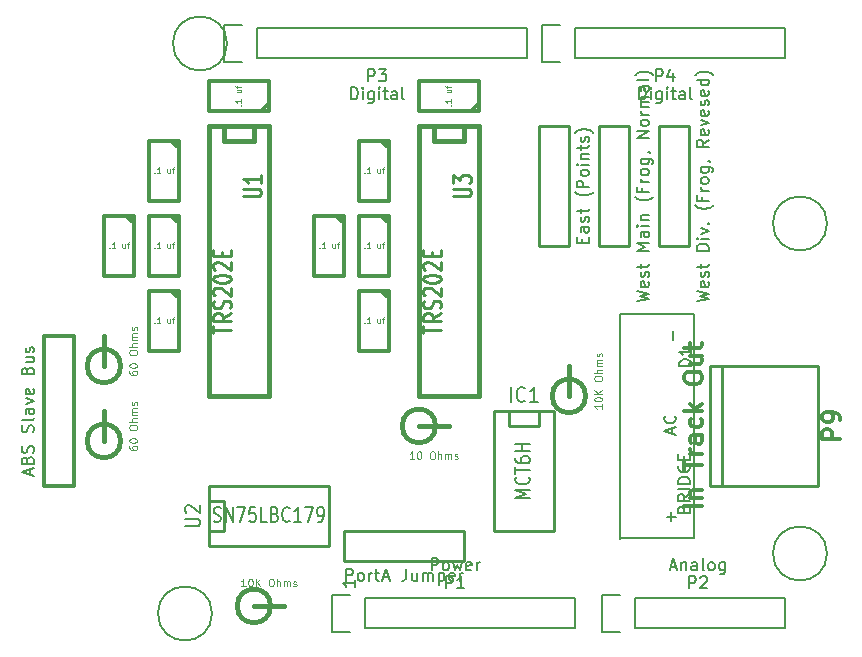
<source format=gto>
G04 (created by PCBNEW (2013-june-11)-stable) date Sat 23 Jun 2018 10:31:18 EDT*
%MOIN*%
G04 Gerber Fmt 3.4, Leading zero omitted, Abs format*
%FSLAX34Y34*%
G01*
G70*
G90*
G04 APERTURE LIST*
%ADD10C,0.00393701*%
%ADD11C,0.00590551*%
%ADD12C,0.015*%
%ADD13C,0.012*%
%ADD14C,0.01*%
%ADD15C,0.004*%
%ADD16C,0.008*%
%ADD17C,0.01125*%
G04 APERTURE END LIST*
G54D10*
G54D11*
X54859Y-47637D02*
X54859Y-47862D01*
X54859Y-47750D02*
X54465Y-47750D01*
X54521Y-47787D01*
X54559Y-47824D01*
X54578Y-47862D01*
X55200Y-49250D02*
X62200Y-49250D01*
X62200Y-49250D02*
X62200Y-48250D01*
X62200Y-48250D02*
X55200Y-48250D01*
X54089Y-49360D02*
X54700Y-49360D01*
X55200Y-49250D02*
X55200Y-48250D01*
X54700Y-48139D02*
X54089Y-48139D01*
X54089Y-48139D02*
X54089Y-49360D01*
X64200Y-49250D02*
X69200Y-49250D01*
X69200Y-49250D02*
X69200Y-48250D01*
X69200Y-48250D02*
X64200Y-48250D01*
X63089Y-49360D02*
X63700Y-49360D01*
X64200Y-49250D02*
X64200Y-48250D01*
X63700Y-48139D02*
X63089Y-48139D01*
X63089Y-48139D02*
X63089Y-49360D01*
X51600Y-30250D02*
X60600Y-30250D01*
X60600Y-30250D02*
X60600Y-29250D01*
X60600Y-29250D02*
X51600Y-29250D01*
X50489Y-30360D02*
X51100Y-30360D01*
X51600Y-30250D02*
X51600Y-29250D01*
X51100Y-29139D02*
X50489Y-29139D01*
X50489Y-29139D02*
X50489Y-30360D01*
X62200Y-30250D02*
X69200Y-30250D01*
X69200Y-30250D02*
X69200Y-29250D01*
X69200Y-29250D02*
X62200Y-29250D01*
X61089Y-30360D02*
X61700Y-30360D01*
X62200Y-30250D02*
X62200Y-29250D01*
X61700Y-29139D02*
X61089Y-29139D01*
X61089Y-29139D02*
X61089Y-30360D01*
X50100Y-48750D02*
G75*
G03X50100Y-48750I-900J0D01*
G74*
G01*
X70600Y-46750D02*
G75*
G03X70600Y-46750I-900J0D01*
G74*
G01*
X50600Y-29750D02*
G75*
G03X50600Y-29750I-900J0D01*
G74*
G01*
X70600Y-35750D02*
G75*
G03X70600Y-35750I-900J0D01*
G74*
G01*
G54D12*
X46500Y-43000D02*
X46500Y-42000D01*
X47059Y-43000D02*
G75*
G03X47059Y-43000I-559J0D01*
G74*
G01*
X46500Y-40500D02*
X46500Y-39500D01*
X47059Y-40500D02*
G75*
G03X47059Y-40500I-559J0D01*
G74*
G01*
X62000Y-41500D02*
X62000Y-40500D01*
X62559Y-41500D02*
G75*
G03X62559Y-41500I-559J0D01*
G74*
G01*
X57000Y-42500D02*
X58000Y-42500D01*
X57559Y-42500D02*
G75*
G03X57559Y-42500I-559J0D01*
G74*
G01*
G54D13*
X45500Y-39500D02*
X44500Y-39500D01*
X44500Y-44500D02*
X45500Y-44500D01*
X45500Y-39500D02*
X45500Y-44500D01*
X44500Y-44500D02*
X44500Y-39500D01*
G54D14*
X66000Y-32500D02*
X66000Y-36500D01*
X65000Y-32500D02*
X65000Y-36500D01*
X65000Y-36500D02*
X66000Y-36500D01*
X66000Y-32500D02*
X65000Y-32500D01*
X64000Y-32500D02*
X64000Y-36500D01*
X63000Y-32500D02*
X63000Y-36500D01*
X63000Y-36500D02*
X64000Y-36500D01*
X64000Y-32500D02*
X63000Y-32500D01*
X62000Y-32500D02*
X62000Y-36500D01*
X61000Y-32500D02*
X61000Y-36500D01*
X61000Y-36500D02*
X62000Y-36500D01*
X62000Y-32500D02*
X61000Y-32500D01*
X61000Y-42000D02*
X61000Y-42500D01*
X61000Y-42500D02*
X60000Y-42500D01*
X60000Y-42500D02*
X60000Y-42000D01*
X61500Y-42000D02*
X61500Y-46000D01*
X61500Y-46000D02*
X59500Y-46000D01*
X59500Y-46000D02*
X59500Y-42000D01*
X59500Y-42000D02*
X61500Y-42000D01*
X50000Y-45000D02*
X50500Y-45000D01*
X50500Y-45000D02*
X50500Y-46000D01*
X50500Y-46000D02*
X50000Y-46000D01*
X50000Y-44500D02*
X54000Y-44500D01*
X54000Y-44500D02*
X54000Y-46500D01*
X54000Y-46500D02*
X50000Y-46500D01*
X50000Y-46500D02*
X50000Y-44500D01*
G54D12*
X58500Y-32500D02*
X58500Y-32500D01*
X58500Y-32500D02*
X58500Y-33000D01*
X58500Y-33000D02*
X57500Y-33000D01*
X57500Y-33000D02*
X57500Y-32500D01*
X59000Y-32500D02*
X59000Y-41500D01*
X59000Y-41500D02*
X57000Y-41500D01*
X57000Y-41500D02*
X57000Y-32500D01*
X57000Y-32500D02*
X59000Y-32500D01*
X51500Y-32500D02*
X51500Y-32500D01*
X51500Y-32500D02*
X51500Y-33000D01*
X51500Y-33000D02*
X50500Y-33000D01*
X50500Y-33000D02*
X50500Y-32500D01*
X52000Y-32500D02*
X52000Y-41500D01*
X52000Y-41500D02*
X50000Y-41500D01*
X50000Y-41500D02*
X50000Y-32500D01*
X50000Y-32500D02*
X52000Y-32500D01*
G54D13*
X49000Y-38020D02*
X49000Y-40000D01*
X49000Y-40000D02*
X48000Y-40000D01*
X48000Y-40000D02*
X48000Y-38000D01*
X48000Y-38000D02*
X49000Y-38000D01*
X48750Y-38000D02*
X49000Y-38250D01*
X51980Y-32000D02*
X50000Y-32000D01*
X50000Y-32000D02*
X50000Y-31000D01*
X50000Y-31000D02*
X52000Y-31000D01*
X52000Y-31000D02*
X52000Y-32000D01*
X52000Y-31750D02*
X51750Y-32000D01*
X47500Y-35520D02*
X47500Y-37500D01*
X47500Y-37500D02*
X46500Y-37500D01*
X46500Y-37500D02*
X46500Y-35500D01*
X46500Y-35500D02*
X47500Y-35500D01*
X47250Y-35500D02*
X47500Y-35750D01*
X49000Y-35520D02*
X49000Y-37500D01*
X49000Y-37500D02*
X48000Y-37500D01*
X48000Y-37500D02*
X48000Y-35500D01*
X48000Y-35500D02*
X49000Y-35500D01*
X48750Y-35500D02*
X49000Y-35750D01*
X56000Y-33020D02*
X56000Y-35000D01*
X56000Y-35000D02*
X55000Y-35000D01*
X55000Y-35000D02*
X55000Y-33000D01*
X55000Y-33000D02*
X56000Y-33000D01*
X55750Y-33000D02*
X56000Y-33250D01*
X56000Y-35520D02*
X56000Y-37500D01*
X56000Y-37500D02*
X55000Y-37500D01*
X55000Y-37500D02*
X55000Y-35500D01*
X55000Y-35500D02*
X56000Y-35500D01*
X55750Y-35500D02*
X56000Y-35750D01*
X54500Y-35520D02*
X54500Y-37500D01*
X54500Y-37500D02*
X53500Y-37500D01*
X53500Y-37500D02*
X53500Y-35500D01*
X53500Y-35500D02*
X54500Y-35500D01*
X54250Y-35500D02*
X54500Y-35750D01*
X56000Y-38020D02*
X56000Y-40000D01*
X56000Y-40000D02*
X55000Y-40000D01*
X55000Y-40000D02*
X55000Y-38000D01*
X55000Y-38000D02*
X56000Y-38000D01*
X55750Y-38000D02*
X56000Y-38250D01*
X58980Y-32000D02*
X57000Y-32000D01*
X57000Y-32000D02*
X57000Y-31000D01*
X57000Y-31000D02*
X59000Y-31000D01*
X59000Y-31000D02*
X59000Y-32000D01*
X59000Y-31750D02*
X58750Y-32000D01*
X49000Y-33020D02*
X49000Y-35000D01*
X49000Y-35000D02*
X48000Y-35000D01*
X48000Y-35000D02*
X48000Y-33000D01*
X48000Y-33000D02*
X49000Y-33000D01*
X48750Y-33000D02*
X49000Y-33250D01*
G54D14*
X70000Y-44500D02*
X70300Y-44500D01*
X70300Y-44500D02*
X70300Y-40500D01*
X70300Y-40500D02*
X70000Y-40500D01*
X66700Y-44500D02*
X66700Y-40500D01*
X66700Y-40500D02*
X67100Y-40500D01*
X67100Y-40500D02*
X67100Y-44500D01*
X67100Y-44500D02*
X66700Y-44500D01*
X67000Y-44500D02*
X70000Y-44500D01*
X70000Y-40500D02*
X67000Y-40500D01*
G54D11*
X63712Y-46240D02*
X63712Y-38759D01*
X63712Y-38759D02*
X66173Y-38759D01*
X66173Y-38759D02*
X66173Y-46240D01*
X66173Y-46240D02*
X63712Y-46240D01*
X63712Y-46240D02*
X63712Y-46279D01*
G54D14*
X58500Y-47000D02*
X54500Y-47000D01*
X58500Y-46000D02*
X54500Y-46000D01*
X54500Y-46000D02*
X54500Y-47000D01*
X58500Y-47000D02*
X58500Y-46000D01*
G54D12*
X51500Y-48500D02*
X52500Y-48500D01*
X52059Y-48500D02*
G75*
G03X52059Y-48500I-559J0D01*
G74*
G01*
G54D11*
X57909Y-47909D02*
X57909Y-47515D01*
X58059Y-47515D01*
X58096Y-47534D01*
X58115Y-47553D01*
X58134Y-47590D01*
X58134Y-47646D01*
X58115Y-47684D01*
X58096Y-47703D01*
X58059Y-47721D01*
X57909Y-47721D01*
X58509Y-47909D02*
X58284Y-47909D01*
X58396Y-47909D02*
X58396Y-47515D01*
X58359Y-47571D01*
X58321Y-47609D01*
X58284Y-47628D01*
X57421Y-47309D02*
X57421Y-46915D01*
X57571Y-46915D01*
X57609Y-46934D01*
X57628Y-46953D01*
X57646Y-46990D01*
X57646Y-47046D01*
X57628Y-47084D01*
X57609Y-47103D01*
X57571Y-47121D01*
X57421Y-47121D01*
X57871Y-47309D02*
X57834Y-47290D01*
X57815Y-47271D01*
X57796Y-47234D01*
X57796Y-47121D01*
X57815Y-47084D01*
X57834Y-47065D01*
X57871Y-47046D01*
X57928Y-47046D01*
X57965Y-47065D01*
X57984Y-47084D01*
X58003Y-47121D01*
X58003Y-47234D01*
X57984Y-47271D01*
X57965Y-47290D01*
X57928Y-47309D01*
X57871Y-47309D01*
X58134Y-47046D02*
X58209Y-47309D01*
X58284Y-47121D01*
X58359Y-47309D01*
X58434Y-47046D01*
X58734Y-47290D02*
X58696Y-47309D01*
X58621Y-47309D01*
X58584Y-47290D01*
X58565Y-47253D01*
X58565Y-47103D01*
X58584Y-47065D01*
X58621Y-47046D01*
X58696Y-47046D01*
X58734Y-47065D01*
X58753Y-47103D01*
X58753Y-47140D01*
X58565Y-47178D01*
X58921Y-47309D02*
X58921Y-47046D01*
X58921Y-47121D02*
X58940Y-47084D01*
X58959Y-47065D01*
X58996Y-47046D01*
X59034Y-47046D01*
X66009Y-47909D02*
X66009Y-47515D01*
X66159Y-47515D01*
X66196Y-47534D01*
X66215Y-47553D01*
X66234Y-47590D01*
X66234Y-47646D01*
X66215Y-47684D01*
X66196Y-47703D01*
X66159Y-47721D01*
X66009Y-47721D01*
X66384Y-47553D02*
X66403Y-47534D01*
X66440Y-47515D01*
X66534Y-47515D01*
X66571Y-47534D01*
X66590Y-47553D01*
X66609Y-47590D01*
X66609Y-47628D01*
X66590Y-47684D01*
X66365Y-47909D01*
X66609Y-47909D01*
X65390Y-47196D02*
X65578Y-47196D01*
X65353Y-47309D02*
X65484Y-46915D01*
X65615Y-47309D01*
X65746Y-47046D02*
X65746Y-47309D01*
X65746Y-47084D02*
X65765Y-47065D01*
X65803Y-47046D01*
X65859Y-47046D01*
X65896Y-47065D01*
X65915Y-47103D01*
X65915Y-47309D01*
X66271Y-47309D02*
X66271Y-47103D01*
X66253Y-47065D01*
X66215Y-47046D01*
X66140Y-47046D01*
X66103Y-47065D01*
X66271Y-47290D02*
X66234Y-47309D01*
X66140Y-47309D01*
X66103Y-47290D01*
X66084Y-47253D01*
X66084Y-47215D01*
X66103Y-47178D01*
X66140Y-47159D01*
X66234Y-47159D01*
X66271Y-47140D01*
X66515Y-47309D02*
X66478Y-47290D01*
X66459Y-47253D01*
X66459Y-46915D01*
X66721Y-47309D02*
X66684Y-47290D01*
X66665Y-47271D01*
X66646Y-47234D01*
X66646Y-47121D01*
X66665Y-47084D01*
X66684Y-47065D01*
X66721Y-47046D01*
X66778Y-47046D01*
X66815Y-47065D01*
X66834Y-47084D01*
X66853Y-47121D01*
X66853Y-47234D01*
X66834Y-47271D01*
X66815Y-47290D01*
X66778Y-47309D01*
X66721Y-47309D01*
X67190Y-47046D02*
X67190Y-47365D01*
X67171Y-47403D01*
X67153Y-47421D01*
X67115Y-47440D01*
X67059Y-47440D01*
X67021Y-47421D01*
X67190Y-47290D02*
X67153Y-47309D01*
X67078Y-47309D01*
X67040Y-47290D01*
X67021Y-47271D01*
X67003Y-47234D01*
X67003Y-47121D01*
X67021Y-47084D01*
X67040Y-47065D01*
X67078Y-47046D01*
X67153Y-47046D01*
X67190Y-47065D01*
X55309Y-31009D02*
X55309Y-30615D01*
X55459Y-30615D01*
X55496Y-30634D01*
X55515Y-30653D01*
X55534Y-30690D01*
X55534Y-30746D01*
X55515Y-30784D01*
X55496Y-30803D01*
X55459Y-30821D01*
X55309Y-30821D01*
X55665Y-30615D02*
X55909Y-30615D01*
X55778Y-30765D01*
X55834Y-30765D01*
X55871Y-30784D01*
X55890Y-30803D01*
X55909Y-30840D01*
X55909Y-30934D01*
X55890Y-30971D01*
X55871Y-30990D01*
X55834Y-31009D01*
X55721Y-31009D01*
X55684Y-30990D01*
X55665Y-30971D01*
X54737Y-31609D02*
X54737Y-31215D01*
X54831Y-31215D01*
X54887Y-31234D01*
X54925Y-31271D01*
X54943Y-31309D01*
X54962Y-31384D01*
X54962Y-31440D01*
X54943Y-31515D01*
X54925Y-31553D01*
X54887Y-31590D01*
X54831Y-31609D01*
X54737Y-31609D01*
X55131Y-31609D02*
X55131Y-31346D01*
X55131Y-31215D02*
X55112Y-31234D01*
X55131Y-31253D01*
X55150Y-31234D01*
X55131Y-31215D01*
X55131Y-31253D01*
X55487Y-31346D02*
X55487Y-31665D01*
X55468Y-31703D01*
X55450Y-31721D01*
X55412Y-31740D01*
X55356Y-31740D01*
X55318Y-31721D01*
X55487Y-31590D02*
X55450Y-31609D01*
X55375Y-31609D01*
X55337Y-31590D01*
X55318Y-31571D01*
X55300Y-31534D01*
X55300Y-31421D01*
X55318Y-31384D01*
X55337Y-31365D01*
X55375Y-31346D01*
X55450Y-31346D01*
X55487Y-31365D01*
X55674Y-31609D02*
X55674Y-31346D01*
X55674Y-31215D02*
X55656Y-31234D01*
X55674Y-31253D01*
X55693Y-31234D01*
X55674Y-31215D01*
X55674Y-31253D01*
X55806Y-31346D02*
X55956Y-31346D01*
X55862Y-31215D02*
X55862Y-31553D01*
X55881Y-31590D01*
X55918Y-31609D01*
X55956Y-31609D01*
X56256Y-31609D02*
X56256Y-31403D01*
X56237Y-31365D01*
X56199Y-31346D01*
X56124Y-31346D01*
X56087Y-31365D01*
X56256Y-31590D02*
X56218Y-31609D01*
X56124Y-31609D01*
X56087Y-31590D01*
X56068Y-31553D01*
X56068Y-31515D01*
X56087Y-31478D01*
X56124Y-31459D01*
X56218Y-31459D01*
X56256Y-31440D01*
X56499Y-31609D02*
X56462Y-31590D01*
X56443Y-31553D01*
X56443Y-31215D01*
X64909Y-31009D02*
X64909Y-30615D01*
X65059Y-30615D01*
X65096Y-30634D01*
X65115Y-30653D01*
X65134Y-30690D01*
X65134Y-30746D01*
X65115Y-30784D01*
X65096Y-30803D01*
X65059Y-30821D01*
X64909Y-30821D01*
X65471Y-30746D02*
X65471Y-31009D01*
X65378Y-30596D02*
X65284Y-30878D01*
X65528Y-30878D01*
X64337Y-31609D02*
X64337Y-31215D01*
X64431Y-31215D01*
X64487Y-31234D01*
X64525Y-31271D01*
X64543Y-31309D01*
X64562Y-31384D01*
X64562Y-31440D01*
X64543Y-31515D01*
X64525Y-31553D01*
X64487Y-31590D01*
X64431Y-31609D01*
X64337Y-31609D01*
X64731Y-31609D02*
X64731Y-31346D01*
X64731Y-31215D02*
X64712Y-31234D01*
X64731Y-31253D01*
X64750Y-31234D01*
X64731Y-31215D01*
X64731Y-31253D01*
X65087Y-31346D02*
X65087Y-31665D01*
X65068Y-31703D01*
X65050Y-31721D01*
X65012Y-31740D01*
X64956Y-31740D01*
X64918Y-31721D01*
X65087Y-31590D02*
X65050Y-31609D01*
X64975Y-31609D01*
X64937Y-31590D01*
X64918Y-31571D01*
X64900Y-31534D01*
X64900Y-31421D01*
X64918Y-31384D01*
X64937Y-31365D01*
X64975Y-31346D01*
X65050Y-31346D01*
X65087Y-31365D01*
X65274Y-31609D02*
X65274Y-31346D01*
X65274Y-31215D02*
X65256Y-31234D01*
X65274Y-31253D01*
X65293Y-31234D01*
X65274Y-31215D01*
X65274Y-31253D01*
X65406Y-31346D02*
X65556Y-31346D01*
X65462Y-31215D02*
X65462Y-31553D01*
X65481Y-31590D01*
X65518Y-31609D01*
X65556Y-31609D01*
X65856Y-31609D02*
X65856Y-31403D01*
X65837Y-31365D01*
X65799Y-31346D01*
X65724Y-31346D01*
X65687Y-31365D01*
X65856Y-31590D02*
X65818Y-31609D01*
X65724Y-31609D01*
X65687Y-31590D01*
X65668Y-31553D01*
X65668Y-31515D01*
X65687Y-31478D01*
X65724Y-31459D01*
X65818Y-31459D01*
X65856Y-31440D01*
X66099Y-31609D02*
X66062Y-31590D01*
X66043Y-31553D01*
X66043Y-31215D01*
G54D15*
X47351Y-43178D02*
X47351Y-43226D01*
X47363Y-43250D01*
X47375Y-43261D01*
X47410Y-43285D01*
X47458Y-43297D01*
X47553Y-43297D01*
X47577Y-43285D01*
X47589Y-43273D01*
X47601Y-43250D01*
X47601Y-43202D01*
X47589Y-43178D01*
X47577Y-43166D01*
X47553Y-43154D01*
X47494Y-43154D01*
X47470Y-43166D01*
X47458Y-43178D01*
X47446Y-43202D01*
X47446Y-43250D01*
X47458Y-43273D01*
X47470Y-43285D01*
X47494Y-43297D01*
X47351Y-43000D02*
X47351Y-42976D01*
X47363Y-42952D01*
X47375Y-42940D01*
X47398Y-42928D01*
X47446Y-42916D01*
X47505Y-42916D01*
X47553Y-42928D01*
X47577Y-42940D01*
X47589Y-42952D01*
X47601Y-42976D01*
X47601Y-43000D01*
X47589Y-43023D01*
X47577Y-43035D01*
X47553Y-43047D01*
X47505Y-43059D01*
X47446Y-43059D01*
X47398Y-43047D01*
X47375Y-43035D01*
X47363Y-43023D01*
X47351Y-43000D01*
X47351Y-42571D02*
X47351Y-42523D01*
X47363Y-42500D01*
X47386Y-42476D01*
X47434Y-42464D01*
X47517Y-42464D01*
X47565Y-42476D01*
X47589Y-42500D01*
X47601Y-42523D01*
X47601Y-42571D01*
X47589Y-42595D01*
X47565Y-42619D01*
X47517Y-42630D01*
X47434Y-42630D01*
X47386Y-42619D01*
X47363Y-42595D01*
X47351Y-42571D01*
X47601Y-42357D02*
X47351Y-42357D01*
X47601Y-42250D02*
X47470Y-42250D01*
X47446Y-42261D01*
X47434Y-42285D01*
X47434Y-42321D01*
X47446Y-42345D01*
X47458Y-42357D01*
X47601Y-42130D02*
X47434Y-42130D01*
X47458Y-42130D02*
X47446Y-42119D01*
X47434Y-42095D01*
X47434Y-42059D01*
X47446Y-42035D01*
X47470Y-42023D01*
X47601Y-42023D01*
X47470Y-42023D02*
X47446Y-42011D01*
X47434Y-41988D01*
X47434Y-41952D01*
X47446Y-41928D01*
X47470Y-41916D01*
X47601Y-41916D01*
X47589Y-41809D02*
X47601Y-41785D01*
X47601Y-41738D01*
X47589Y-41714D01*
X47565Y-41702D01*
X47553Y-41702D01*
X47529Y-41714D01*
X47517Y-41738D01*
X47517Y-41773D01*
X47505Y-41797D01*
X47482Y-41809D01*
X47470Y-41809D01*
X47446Y-41797D01*
X47434Y-41773D01*
X47434Y-41738D01*
X47446Y-41714D01*
X47351Y-40678D02*
X47351Y-40726D01*
X47363Y-40750D01*
X47375Y-40761D01*
X47410Y-40785D01*
X47458Y-40797D01*
X47553Y-40797D01*
X47577Y-40785D01*
X47589Y-40773D01*
X47601Y-40750D01*
X47601Y-40702D01*
X47589Y-40678D01*
X47577Y-40666D01*
X47553Y-40654D01*
X47494Y-40654D01*
X47470Y-40666D01*
X47458Y-40678D01*
X47446Y-40702D01*
X47446Y-40750D01*
X47458Y-40773D01*
X47470Y-40785D01*
X47494Y-40797D01*
X47351Y-40500D02*
X47351Y-40476D01*
X47363Y-40452D01*
X47375Y-40440D01*
X47398Y-40428D01*
X47446Y-40416D01*
X47505Y-40416D01*
X47553Y-40428D01*
X47577Y-40440D01*
X47589Y-40452D01*
X47601Y-40476D01*
X47601Y-40500D01*
X47589Y-40523D01*
X47577Y-40535D01*
X47553Y-40547D01*
X47505Y-40559D01*
X47446Y-40559D01*
X47398Y-40547D01*
X47375Y-40535D01*
X47363Y-40523D01*
X47351Y-40500D01*
X47351Y-40071D02*
X47351Y-40023D01*
X47363Y-40000D01*
X47386Y-39976D01*
X47434Y-39964D01*
X47517Y-39964D01*
X47565Y-39976D01*
X47589Y-40000D01*
X47601Y-40023D01*
X47601Y-40071D01*
X47589Y-40095D01*
X47565Y-40119D01*
X47517Y-40130D01*
X47434Y-40130D01*
X47386Y-40119D01*
X47363Y-40095D01*
X47351Y-40071D01*
X47601Y-39857D02*
X47351Y-39857D01*
X47601Y-39750D02*
X47470Y-39750D01*
X47446Y-39761D01*
X47434Y-39785D01*
X47434Y-39821D01*
X47446Y-39845D01*
X47458Y-39857D01*
X47601Y-39630D02*
X47434Y-39630D01*
X47458Y-39630D02*
X47446Y-39619D01*
X47434Y-39595D01*
X47434Y-39559D01*
X47446Y-39535D01*
X47470Y-39523D01*
X47601Y-39523D01*
X47470Y-39523D02*
X47446Y-39511D01*
X47434Y-39488D01*
X47434Y-39452D01*
X47446Y-39428D01*
X47470Y-39416D01*
X47601Y-39416D01*
X47589Y-39309D02*
X47601Y-39285D01*
X47601Y-39238D01*
X47589Y-39214D01*
X47565Y-39202D01*
X47553Y-39202D01*
X47529Y-39214D01*
X47517Y-39238D01*
X47517Y-39273D01*
X47505Y-39297D01*
X47482Y-39309D01*
X47470Y-39309D01*
X47446Y-39297D01*
X47434Y-39273D01*
X47434Y-39238D01*
X47446Y-39214D01*
X63101Y-41779D02*
X63101Y-41922D01*
X63101Y-41851D02*
X62851Y-41851D01*
X62886Y-41875D01*
X62910Y-41898D01*
X62922Y-41922D01*
X62851Y-41625D02*
X62851Y-41601D01*
X62863Y-41577D01*
X62875Y-41565D01*
X62898Y-41553D01*
X62946Y-41541D01*
X63005Y-41541D01*
X63053Y-41553D01*
X63077Y-41565D01*
X63089Y-41577D01*
X63101Y-41601D01*
X63101Y-41625D01*
X63089Y-41648D01*
X63077Y-41660D01*
X63053Y-41672D01*
X63005Y-41684D01*
X62946Y-41684D01*
X62898Y-41672D01*
X62875Y-41660D01*
X62863Y-41648D01*
X62851Y-41625D01*
X63101Y-41434D02*
X62851Y-41434D01*
X63101Y-41291D02*
X62958Y-41398D01*
X62851Y-41291D02*
X62994Y-41434D01*
X62851Y-40946D02*
X62851Y-40898D01*
X62863Y-40875D01*
X62886Y-40851D01*
X62934Y-40839D01*
X63017Y-40839D01*
X63065Y-40851D01*
X63089Y-40875D01*
X63101Y-40898D01*
X63101Y-40946D01*
X63089Y-40970D01*
X63065Y-40994D01*
X63017Y-41005D01*
X62934Y-41005D01*
X62886Y-40994D01*
X62863Y-40970D01*
X62851Y-40946D01*
X63101Y-40732D02*
X62851Y-40732D01*
X63101Y-40625D02*
X62970Y-40625D01*
X62946Y-40636D01*
X62934Y-40660D01*
X62934Y-40696D01*
X62946Y-40720D01*
X62958Y-40732D01*
X63101Y-40505D02*
X62934Y-40505D01*
X62958Y-40505D02*
X62946Y-40494D01*
X62934Y-40470D01*
X62934Y-40434D01*
X62946Y-40410D01*
X62970Y-40398D01*
X63101Y-40398D01*
X62970Y-40398D02*
X62946Y-40386D01*
X62934Y-40363D01*
X62934Y-40327D01*
X62946Y-40303D01*
X62970Y-40291D01*
X63101Y-40291D01*
X63089Y-40184D02*
X63101Y-40160D01*
X63101Y-40113D01*
X63089Y-40089D01*
X63065Y-40077D01*
X63053Y-40077D01*
X63029Y-40089D01*
X63017Y-40113D01*
X63017Y-40148D01*
X63005Y-40172D01*
X62982Y-40184D01*
X62970Y-40184D01*
X62946Y-40172D01*
X62934Y-40148D01*
X62934Y-40113D01*
X62946Y-40089D01*
X56845Y-43601D02*
X56702Y-43601D01*
X56773Y-43601D02*
X56773Y-43351D01*
X56750Y-43386D01*
X56726Y-43410D01*
X56702Y-43422D01*
X57000Y-43351D02*
X57023Y-43351D01*
X57047Y-43363D01*
X57059Y-43375D01*
X57071Y-43398D01*
X57083Y-43446D01*
X57083Y-43505D01*
X57071Y-43553D01*
X57059Y-43577D01*
X57047Y-43589D01*
X57023Y-43601D01*
X57000Y-43601D01*
X56976Y-43589D01*
X56964Y-43577D01*
X56952Y-43553D01*
X56940Y-43505D01*
X56940Y-43446D01*
X56952Y-43398D01*
X56964Y-43375D01*
X56976Y-43363D01*
X57000Y-43351D01*
X57428Y-43351D02*
X57476Y-43351D01*
X57500Y-43363D01*
X57523Y-43386D01*
X57535Y-43434D01*
X57535Y-43517D01*
X57523Y-43565D01*
X57500Y-43589D01*
X57476Y-43601D01*
X57428Y-43601D01*
X57404Y-43589D01*
X57380Y-43565D01*
X57369Y-43517D01*
X57369Y-43434D01*
X57380Y-43386D01*
X57404Y-43363D01*
X57428Y-43351D01*
X57642Y-43601D02*
X57642Y-43351D01*
X57750Y-43601D02*
X57750Y-43470D01*
X57738Y-43446D01*
X57714Y-43434D01*
X57678Y-43434D01*
X57654Y-43446D01*
X57642Y-43458D01*
X57869Y-43601D02*
X57869Y-43434D01*
X57869Y-43458D02*
X57880Y-43446D01*
X57904Y-43434D01*
X57940Y-43434D01*
X57964Y-43446D01*
X57976Y-43470D01*
X57976Y-43601D01*
X57976Y-43470D02*
X57988Y-43446D01*
X58011Y-43434D01*
X58047Y-43434D01*
X58071Y-43446D01*
X58083Y-43470D01*
X58083Y-43601D01*
X58190Y-43589D02*
X58214Y-43601D01*
X58261Y-43601D01*
X58285Y-43589D01*
X58297Y-43565D01*
X58297Y-43553D01*
X58285Y-43529D01*
X58261Y-43517D01*
X58226Y-43517D01*
X58202Y-43505D01*
X58190Y-43482D01*
X58190Y-43470D01*
X58202Y-43446D01*
X58226Y-43434D01*
X58261Y-43434D01*
X58285Y-43446D01*
G54D16*
X44047Y-44133D02*
X44047Y-43942D01*
X44161Y-44171D02*
X43761Y-44038D01*
X44161Y-43904D01*
X43952Y-43638D02*
X43971Y-43580D01*
X43990Y-43561D01*
X44028Y-43542D01*
X44085Y-43542D01*
X44123Y-43561D01*
X44142Y-43580D01*
X44161Y-43619D01*
X44161Y-43771D01*
X43761Y-43771D01*
X43761Y-43638D01*
X43780Y-43599D01*
X43800Y-43580D01*
X43838Y-43561D01*
X43876Y-43561D01*
X43914Y-43580D01*
X43933Y-43599D01*
X43952Y-43638D01*
X43952Y-43771D01*
X44142Y-43390D02*
X44161Y-43333D01*
X44161Y-43238D01*
X44142Y-43199D01*
X44123Y-43180D01*
X44085Y-43161D01*
X44047Y-43161D01*
X44009Y-43180D01*
X43990Y-43199D01*
X43971Y-43238D01*
X43952Y-43314D01*
X43933Y-43352D01*
X43914Y-43371D01*
X43876Y-43390D01*
X43838Y-43390D01*
X43800Y-43371D01*
X43780Y-43352D01*
X43761Y-43314D01*
X43761Y-43219D01*
X43780Y-43161D01*
X44142Y-42704D02*
X44161Y-42647D01*
X44161Y-42552D01*
X44142Y-42514D01*
X44123Y-42495D01*
X44085Y-42476D01*
X44047Y-42476D01*
X44009Y-42495D01*
X43990Y-42514D01*
X43971Y-42552D01*
X43952Y-42628D01*
X43933Y-42666D01*
X43914Y-42685D01*
X43876Y-42704D01*
X43838Y-42704D01*
X43800Y-42685D01*
X43780Y-42666D01*
X43761Y-42628D01*
X43761Y-42533D01*
X43780Y-42476D01*
X44161Y-42247D02*
X44142Y-42285D01*
X44104Y-42304D01*
X43761Y-42304D01*
X44161Y-41923D02*
X43952Y-41923D01*
X43914Y-41942D01*
X43895Y-41980D01*
X43895Y-42057D01*
X43914Y-42095D01*
X44142Y-41923D02*
X44161Y-41961D01*
X44161Y-42057D01*
X44142Y-42095D01*
X44104Y-42114D01*
X44066Y-42114D01*
X44028Y-42095D01*
X44009Y-42057D01*
X44009Y-41961D01*
X43990Y-41923D01*
X43895Y-41771D02*
X44161Y-41676D01*
X43895Y-41580D01*
X44142Y-41276D02*
X44161Y-41314D01*
X44161Y-41390D01*
X44142Y-41428D01*
X44104Y-41447D01*
X43952Y-41447D01*
X43914Y-41428D01*
X43895Y-41390D01*
X43895Y-41314D01*
X43914Y-41276D01*
X43952Y-41257D01*
X43990Y-41257D01*
X44028Y-41447D01*
X43952Y-40647D02*
X43971Y-40590D01*
X43990Y-40571D01*
X44028Y-40552D01*
X44085Y-40552D01*
X44123Y-40571D01*
X44142Y-40590D01*
X44161Y-40628D01*
X44161Y-40780D01*
X43761Y-40780D01*
X43761Y-40647D01*
X43780Y-40609D01*
X43800Y-40590D01*
X43838Y-40571D01*
X43876Y-40571D01*
X43914Y-40590D01*
X43933Y-40609D01*
X43952Y-40647D01*
X43952Y-40780D01*
X43895Y-40209D02*
X44161Y-40209D01*
X43895Y-40380D02*
X44104Y-40380D01*
X44142Y-40361D01*
X44161Y-40323D01*
X44161Y-40266D01*
X44142Y-40228D01*
X44123Y-40209D01*
X44142Y-40038D02*
X44161Y-40000D01*
X44161Y-39923D01*
X44142Y-39885D01*
X44104Y-39866D01*
X44085Y-39866D01*
X44047Y-39885D01*
X44028Y-39923D01*
X44028Y-39980D01*
X44009Y-40019D01*
X43971Y-40038D01*
X43952Y-40038D01*
X43914Y-40019D01*
X43895Y-39980D01*
X43895Y-39923D01*
X43914Y-39885D01*
X66261Y-38347D02*
X66661Y-38252D01*
X66376Y-38176D01*
X66661Y-38099D01*
X66261Y-38004D01*
X66642Y-37699D02*
X66661Y-37738D01*
X66661Y-37814D01*
X66642Y-37852D01*
X66604Y-37871D01*
X66452Y-37871D01*
X66414Y-37852D01*
X66395Y-37814D01*
X66395Y-37738D01*
X66414Y-37699D01*
X66452Y-37680D01*
X66490Y-37680D01*
X66528Y-37871D01*
X66642Y-37528D02*
X66661Y-37490D01*
X66661Y-37414D01*
X66642Y-37376D01*
X66604Y-37357D01*
X66585Y-37357D01*
X66547Y-37376D01*
X66528Y-37414D01*
X66528Y-37471D01*
X66509Y-37509D01*
X66471Y-37528D01*
X66452Y-37528D01*
X66414Y-37509D01*
X66395Y-37471D01*
X66395Y-37414D01*
X66414Y-37376D01*
X66395Y-37242D02*
X66395Y-37090D01*
X66261Y-37185D02*
X66604Y-37185D01*
X66642Y-37166D01*
X66661Y-37128D01*
X66661Y-37090D01*
X66661Y-36652D02*
X66261Y-36652D01*
X66261Y-36557D01*
X66280Y-36500D01*
X66319Y-36461D01*
X66357Y-36442D01*
X66433Y-36423D01*
X66490Y-36423D01*
X66566Y-36442D01*
X66604Y-36461D01*
X66642Y-36500D01*
X66661Y-36557D01*
X66661Y-36652D01*
X66661Y-36252D02*
X66395Y-36252D01*
X66261Y-36252D02*
X66280Y-36271D01*
X66300Y-36252D01*
X66280Y-36233D01*
X66261Y-36252D01*
X66300Y-36252D01*
X66395Y-36099D02*
X66661Y-36004D01*
X66395Y-35909D01*
X66623Y-35757D02*
X66642Y-35738D01*
X66661Y-35757D01*
X66642Y-35776D01*
X66623Y-35757D01*
X66661Y-35757D01*
X66814Y-35147D02*
X66795Y-35166D01*
X66738Y-35204D01*
X66700Y-35223D01*
X66642Y-35242D01*
X66547Y-35261D01*
X66471Y-35261D01*
X66376Y-35242D01*
X66319Y-35223D01*
X66280Y-35204D01*
X66223Y-35166D01*
X66204Y-35147D01*
X66452Y-34861D02*
X66452Y-34995D01*
X66661Y-34995D02*
X66261Y-34995D01*
X66261Y-34804D01*
X66661Y-34652D02*
X66395Y-34652D01*
X66471Y-34652D02*
X66433Y-34633D01*
X66414Y-34614D01*
X66395Y-34576D01*
X66395Y-34538D01*
X66661Y-34347D02*
X66642Y-34385D01*
X66623Y-34404D01*
X66585Y-34423D01*
X66471Y-34423D01*
X66433Y-34404D01*
X66414Y-34385D01*
X66395Y-34347D01*
X66395Y-34290D01*
X66414Y-34252D01*
X66433Y-34233D01*
X66471Y-34214D01*
X66585Y-34214D01*
X66623Y-34233D01*
X66642Y-34252D01*
X66661Y-34290D01*
X66661Y-34347D01*
X66395Y-33871D02*
X66719Y-33871D01*
X66757Y-33890D01*
X66776Y-33909D01*
X66795Y-33947D01*
X66795Y-34004D01*
X66776Y-34042D01*
X66642Y-33871D02*
X66661Y-33909D01*
X66661Y-33985D01*
X66642Y-34023D01*
X66623Y-34042D01*
X66585Y-34061D01*
X66471Y-34061D01*
X66433Y-34042D01*
X66414Y-34023D01*
X66395Y-33985D01*
X66395Y-33909D01*
X66414Y-33871D01*
X66642Y-33661D02*
X66661Y-33661D01*
X66700Y-33680D01*
X66719Y-33700D01*
X66661Y-32957D02*
X66471Y-33090D01*
X66661Y-33185D02*
X66261Y-33185D01*
X66261Y-33033D01*
X66280Y-32995D01*
X66300Y-32976D01*
X66338Y-32957D01*
X66395Y-32957D01*
X66433Y-32976D01*
X66452Y-32995D01*
X66471Y-33033D01*
X66471Y-33185D01*
X66642Y-32633D02*
X66661Y-32671D01*
X66661Y-32747D01*
X66642Y-32785D01*
X66604Y-32804D01*
X66452Y-32804D01*
X66414Y-32785D01*
X66395Y-32747D01*
X66395Y-32671D01*
X66414Y-32633D01*
X66452Y-32614D01*
X66490Y-32614D01*
X66528Y-32804D01*
X66395Y-32480D02*
X66661Y-32385D01*
X66395Y-32290D01*
X66642Y-31985D02*
X66661Y-32023D01*
X66661Y-32100D01*
X66642Y-32138D01*
X66604Y-32157D01*
X66452Y-32157D01*
X66414Y-32138D01*
X66395Y-32100D01*
X66395Y-32023D01*
X66414Y-31985D01*
X66452Y-31966D01*
X66490Y-31966D01*
X66528Y-32157D01*
X66642Y-31814D02*
X66661Y-31776D01*
X66661Y-31700D01*
X66642Y-31661D01*
X66604Y-31642D01*
X66585Y-31642D01*
X66547Y-31661D01*
X66528Y-31700D01*
X66528Y-31757D01*
X66509Y-31795D01*
X66471Y-31814D01*
X66452Y-31814D01*
X66414Y-31795D01*
X66395Y-31757D01*
X66395Y-31700D01*
X66414Y-31661D01*
X66642Y-31319D02*
X66661Y-31357D01*
X66661Y-31433D01*
X66642Y-31471D01*
X66604Y-31490D01*
X66452Y-31490D01*
X66414Y-31471D01*
X66395Y-31433D01*
X66395Y-31357D01*
X66414Y-31319D01*
X66452Y-31300D01*
X66490Y-31300D01*
X66528Y-31490D01*
X66661Y-30957D02*
X66261Y-30957D01*
X66642Y-30957D02*
X66661Y-30995D01*
X66661Y-31071D01*
X66642Y-31109D01*
X66623Y-31128D01*
X66585Y-31147D01*
X66471Y-31147D01*
X66433Y-31128D01*
X66414Y-31109D01*
X66395Y-31071D01*
X66395Y-30995D01*
X66414Y-30957D01*
X66814Y-30804D02*
X66795Y-30785D01*
X66738Y-30747D01*
X66700Y-30728D01*
X66642Y-30709D01*
X66547Y-30690D01*
X66471Y-30690D01*
X66376Y-30709D01*
X66319Y-30728D01*
X66280Y-30747D01*
X66223Y-30785D01*
X66204Y-30804D01*
X64261Y-38347D02*
X64661Y-38252D01*
X64376Y-38176D01*
X64661Y-38099D01*
X64261Y-38004D01*
X64642Y-37699D02*
X64661Y-37738D01*
X64661Y-37814D01*
X64642Y-37852D01*
X64604Y-37871D01*
X64452Y-37871D01*
X64414Y-37852D01*
X64395Y-37814D01*
X64395Y-37738D01*
X64414Y-37699D01*
X64452Y-37680D01*
X64490Y-37680D01*
X64528Y-37871D01*
X64642Y-37528D02*
X64661Y-37490D01*
X64661Y-37414D01*
X64642Y-37376D01*
X64604Y-37357D01*
X64585Y-37357D01*
X64547Y-37376D01*
X64528Y-37414D01*
X64528Y-37471D01*
X64509Y-37509D01*
X64471Y-37528D01*
X64452Y-37528D01*
X64414Y-37509D01*
X64395Y-37471D01*
X64395Y-37414D01*
X64414Y-37376D01*
X64395Y-37242D02*
X64395Y-37090D01*
X64261Y-37185D02*
X64604Y-37185D01*
X64642Y-37166D01*
X64661Y-37128D01*
X64661Y-37090D01*
X64661Y-36652D02*
X64261Y-36652D01*
X64547Y-36519D01*
X64261Y-36385D01*
X64661Y-36385D01*
X64661Y-36023D02*
X64452Y-36023D01*
X64414Y-36042D01*
X64395Y-36080D01*
X64395Y-36157D01*
X64414Y-36195D01*
X64642Y-36023D02*
X64661Y-36061D01*
X64661Y-36157D01*
X64642Y-36195D01*
X64604Y-36214D01*
X64566Y-36214D01*
X64528Y-36195D01*
X64509Y-36157D01*
X64509Y-36061D01*
X64490Y-36023D01*
X64661Y-35833D02*
X64395Y-35833D01*
X64261Y-35833D02*
X64280Y-35852D01*
X64300Y-35833D01*
X64280Y-35814D01*
X64261Y-35833D01*
X64300Y-35833D01*
X64395Y-35642D02*
X64661Y-35642D01*
X64433Y-35642D02*
X64414Y-35623D01*
X64395Y-35585D01*
X64395Y-35528D01*
X64414Y-35490D01*
X64452Y-35471D01*
X64661Y-35471D01*
X64814Y-34861D02*
X64795Y-34880D01*
X64738Y-34919D01*
X64700Y-34938D01*
X64642Y-34957D01*
X64547Y-34976D01*
X64471Y-34976D01*
X64376Y-34957D01*
X64319Y-34938D01*
X64280Y-34919D01*
X64223Y-34880D01*
X64204Y-34861D01*
X64452Y-34576D02*
X64452Y-34709D01*
X64661Y-34709D02*
X64261Y-34709D01*
X64261Y-34519D01*
X64661Y-34366D02*
X64395Y-34366D01*
X64471Y-34366D02*
X64433Y-34347D01*
X64414Y-34328D01*
X64395Y-34290D01*
X64395Y-34252D01*
X64661Y-34061D02*
X64642Y-34100D01*
X64623Y-34119D01*
X64585Y-34138D01*
X64471Y-34138D01*
X64433Y-34119D01*
X64414Y-34100D01*
X64395Y-34061D01*
X64395Y-34004D01*
X64414Y-33966D01*
X64433Y-33947D01*
X64471Y-33928D01*
X64585Y-33928D01*
X64623Y-33947D01*
X64642Y-33966D01*
X64661Y-34004D01*
X64661Y-34061D01*
X64395Y-33585D02*
X64719Y-33585D01*
X64757Y-33604D01*
X64776Y-33623D01*
X64795Y-33661D01*
X64795Y-33719D01*
X64776Y-33757D01*
X64642Y-33585D02*
X64661Y-33623D01*
X64661Y-33700D01*
X64642Y-33738D01*
X64623Y-33757D01*
X64585Y-33776D01*
X64471Y-33776D01*
X64433Y-33757D01*
X64414Y-33738D01*
X64395Y-33700D01*
X64395Y-33623D01*
X64414Y-33585D01*
X64642Y-33376D02*
X64661Y-33376D01*
X64700Y-33395D01*
X64719Y-33414D01*
X64661Y-32900D02*
X64261Y-32900D01*
X64661Y-32671D01*
X64261Y-32671D01*
X64661Y-32423D02*
X64642Y-32461D01*
X64623Y-32480D01*
X64585Y-32500D01*
X64471Y-32500D01*
X64433Y-32480D01*
X64414Y-32461D01*
X64395Y-32423D01*
X64395Y-32366D01*
X64414Y-32328D01*
X64433Y-32309D01*
X64471Y-32290D01*
X64585Y-32290D01*
X64623Y-32309D01*
X64642Y-32328D01*
X64661Y-32366D01*
X64661Y-32423D01*
X64661Y-32119D02*
X64395Y-32119D01*
X64471Y-32119D02*
X64433Y-32100D01*
X64414Y-32080D01*
X64395Y-32042D01*
X64395Y-32004D01*
X64661Y-31871D02*
X64395Y-31871D01*
X64433Y-31871D02*
X64414Y-31852D01*
X64395Y-31814D01*
X64395Y-31757D01*
X64414Y-31719D01*
X64452Y-31700D01*
X64661Y-31700D01*
X64452Y-31700D02*
X64414Y-31680D01*
X64395Y-31642D01*
X64395Y-31585D01*
X64414Y-31547D01*
X64452Y-31528D01*
X64661Y-31528D01*
X64661Y-31166D02*
X64452Y-31166D01*
X64414Y-31185D01*
X64395Y-31223D01*
X64395Y-31300D01*
X64414Y-31338D01*
X64642Y-31166D02*
X64661Y-31204D01*
X64661Y-31300D01*
X64642Y-31338D01*
X64604Y-31357D01*
X64566Y-31357D01*
X64528Y-31338D01*
X64509Y-31300D01*
X64509Y-31204D01*
X64490Y-31166D01*
X64661Y-30919D02*
X64642Y-30957D01*
X64604Y-30976D01*
X64261Y-30976D01*
X64814Y-30804D02*
X64795Y-30785D01*
X64738Y-30747D01*
X64700Y-30728D01*
X64642Y-30709D01*
X64547Y-30690D01*
X64471Y-30690D01*
X64376Y-30709D01*
X64319Y-30728D01*
X64280Y-30747D01*
X64223Y-30785D01*
X64204Y-30804D01*
X62452Y-36395D02*
X62452Y-36261D01*
X62661Y-36204D02*
X62661Y-36395D01*
X62261Y-36395D01*
X62261Y-36204D01*
X62661Y-35861D02*
X62452Y-35861D01*
X62414Y-35880D01*
X62395Y-35919D01*
X62395Y-35995D01*
X62414Y-36033D01*
X62642Y-35861D02*
X62661Y-35899D01*
X62661Y-35995D01*
X62642Y-36033D01*
X62604Y-36052D01*
X62566Y-36052D01*
X62528Y-36033D01*
X62509Y-35995D01*
X62509Y-35899D01*
X62490Y-35861D01*
X62642Y-35690D02*
X62661Y-35652D01*
X62661Y-35576D01*
X62642Y-35538D01*
X62604Y-35519D01*
X62585Y-35519D01*
X62547Y-35538D01*
X62528Y-35576D01*
X62528Y-35633D01*
X62509Y-35671D01*
X62471Y-35690D01*
X62452Y-35690D01*
X62414Y-35671D01*
X62395Y-35633D01*
X62395Y-35576D01*
X62414Y-35538D01*
X62395Y-35404D02*
X62395Y-35252D01*
X62261Y-35347D02*
X62604Y-35347D01*
X62642Y-35328D01*
X62661Y-35290D01*
X62661Y-35252D01*
X62814Y-34700D02*
X62795Y-34719D01*
X62738Y-34757D01*
X62700Y-34776D01*
X62642Y-34795D01*
X62547Y-34814D01*
X62471Y-34814D01*
X62376Y-34795D01*
X62319Y-34776D01*
X62280Y-34757D01*
X62223Y-34719D01*
X62204Y-34700D01*
X62661Y-34547D02*
X62261Y-34547D01*
X62261Y-34395D01*
X62280Y-34357D01*
X62300Y-34338D01*
X62338Y-34319D01*
X62395Y-34319D01*
X62433Y-34338D01*
X62452Y-34357D01*
X62471Y-34395D01*
X62471Y-34547D01*
X62661Y-34090D02*
X62642Y-34128D01*
X62623Y-34147D01*
X62585Y-34166D01*
X62471Y-34166D01*
X62433Y-34147D01*
X62414Y-34128D01*
X62395Y-34090D01*
X62395Y-34033D01*
X62414Y-33995D01*
X62433Y-33976D01*
X62471Y-33957D01*
X62585Y-33957D01*
X62623Y-33976D01*
X62642Y-33995D01*
X62661Y-34033D01*
X62661Y-34090D01*
X62661Y-33785D02*
X62395Y-33785D01*
X62261Y-33785D02*
X62280Y-33804D01*
X62300Y-33785D01*
X62280Y-33766D01*
X62261Y-33785D01*
X62300Y-33785D01*
X62395Y-33595D02*
X62661Y-33595D01*
X62433Y-33595D02*
X62414Y-33576D01*
X62395Y-33538D01*
X62395Y-33480D01*
X62414Y-33442D01*
X62452Y-33423D01*
X62661Y-33423D01*
X62395Y-33290D02*
X62395Y-33138D01*
X62261Y-33233D02*
X62604Y-33233D01*
X62642Y-33214D01*
X62661Y-33176D01*
X62661Y-33138D01*
X62642Y-33023D02*
X62661Y-32985D01*
X62661Y-32909D01*
X62642Y-32871D01*
X62604Y-32852D01*
X62585Y-32852D01*
X62547Y-32871D01*
X62528Y-32909D01*
X62528Y-32966D01*
X62509Y-33004D01*
X62471Y-33023D01*
X62452Y-33023D01*
X62414Y-33004D01*
X62395Y-32966D01*
X62395Y-32909D01*
X62414Y-32871D01*
X62814Y-32719D02*
X62795Y-32700D01*
X62738Y-32661D01*
X62700Y-32642D01*
X62642Y-32623D01*
X62547Y-32604D01*
X62471Y-32604D01*
X62376Y-32623D01*
X62319Y-32642D01*
X62280Y-32661D01*
X62223Y-32700D01*
X62204Y-32719D01*
X60060Y-41702D02*
X60060Y-41202D01*
X60532Y-41654D02*
X60510Y-41678D01*
X60446Y-41702D01*
X60403Y-41702D01*
X60339Y-41678D01*
X60296Y-41630D01*
X60275Y-41583D01*
X60253Y-41488D01*
X60253Y-41416D01*
X60275Y-41321D01*
X60296Y-41273D01*
X60339Y-41226D01*
X60403Y-41202D01*
X60446Y-41202D01*
X60510Y-41226D01*
X60532Y-41250D01*
X60960Y-41702D02*
X60703Y-41702D01*
X60832Y-41702D02*
X60832Y-41202D01*
X60789Y-41273D01*
X60746Y-41321D01*
X60703Y-41345D01*
X60702Y-44885D02*
X60202Y-44885D01*
X60559Y-44752D01*
X60202Y-44619D01*
X60702Y-44619D01*
X60654Y-44200D02*
X60678Y-44219D01*
X60702Y-44276D01*
X60702Y-44314D01*
X60678Y-44371D01*
X60630Y-44409D01*
X60583Y-44428D01*
X60488Y-44447D01*
X60416Y-44447D01*
X60321Y-44428D01*
X60273Y-44409D01*
X60226Y-44371D01*
X60202Y-44314D01*
X60202Y-44276D01*
X60226Y-44219D01*
X60250Y-44200D01*
X60202Y-44085D02*
X60202Y-43857D01*
X60702Y-43971D02*
X60202Y-43971D01*
X60202Y-43552D02*
X60202Y-43628D01*
X60226Y-43666D01*
X60250Y-43685D01*
X60321Y-43723D01*
X60416Y-43742D01*
X60607Y-43742D01*
X60654Y-43723D01*
X60678Y-43704D01*
X60702Y-43666D01*
X60702Y-43590D01*
X60678Y-43552D01*
X60654Y-43533D01*
X60607Y-43514D01*
X60488Y-43514D01*
X60440Y-43533D01*
X60416Y-43552D01*
X60392Y-43590D01*
X60392Y-43666D01*
X60416Y-43704D01*
X60440Y-43723D01*
X60488Y-43742D01*
X60702Y-43342D02*
X60202Y-43342D01*
X60440Y-43342D02*
X60440Y-43114D01*
X60702Y-43114D02*
X60202Y-43114D01*
X49202Y-45842D02*
X49607Y-45842D01*
X49654Y-45821D01*
X49678Y-45800D01*
X49702Y-45757D01*
X49702Y-45671D01*
X49678Y-45628D01*
X49654Y-45607D01*
X49607Y-45585D01*
X49202Y-45585D01*
X49250Y-45392D02*
X49226Y-45371D01*
X49202Y-45328D01*
X49202Y-45221D01*
X49226Y-45178D01*
X49250Y-45157D01*
X49297Y-45135D01*
X49345Y-45135D01*
X49416Y-45157D01*
X49702Y-45414D01*
X49702Y-45135D01*
X50161Y-45678D02*
X50219Y-45702D01*
X50314Y-45702D01*
X50352Y-45678D01*
X50371Y-45654D01*
X50390Y-45607D01*
X50390Y-45559D01*
X50371Y-45511D01*
X50352Y-45488D01*
X50314Y-45464D01*
X50238Y-45440D01*
X50200Y-45416D01*
X50180Y-45392D01*
X50161Y-45345D01*
X50161Y-45297D01*
X50180Y-45250D01*
X50200Y-45226D01*
X50238Y-45202D01*
X50333Y-45202D01*
X50390Y-45226D01*
X50561Y-45702D02*
X50561Y-45202D01*
X50790Y-45702D01*
X50790Y-45202D01*
X50942Y-45202D02*
X51209Y-45202D01*
X51038Y-45702D01*
X51552Y-45202D02*
X51361Y-45202D01*
X51342Y-45440D01*
X51361Y-45416D01*
X51400Y-45392D01*
X51495Y-45392D01*
X51533Y-45416D01*
X51552Y-45440D01*
X51571Y-45488D01*
X51571Y-45607D01*
X51552Y-45654D01*
X51533Y-45678D01*
X51495Y-45702D01*
X51400Y-45702D01*
X51361Y-45678D01*
X51342Y-45654D01*
X51933Y-45702D02*
X51742Y-45702D01*
X51742Y-45202D01*
X52200Y-45440D02*
X52257Y-45464D01*
X52276Y-45488D01*
X52295Y-45535D01*
X52295Y-45607D01*
X52276Y-45654D01*
X52257Y-45678D01*
X52219Y-45702D01*
X52066Y-45702D01*
X52066Y-45202D01*
X52200Y-45202D01*
X52238Y-45226D01*
X52257Y-45250D01*
X52276Y-45297D01*
X52276Y-45345D01*
X52257Y-45392D01*
X52238Y-45416D01*
X52200Y-45440D01*
X52066Y-45440D01*
X52695Y-45654D02*
X52676Y-45678D01*
X52619Y-45702D01*
X52580Y-45702D01*
X52523Y-45678D01*
X52485Y-45630D01*
X52466Y-45583D01*
X52447Y-45488D01*
X52447Y-45416D01*
X52466Y-45321D01*
X52485Y-45273D01*
X52523Y-45226D01*
X52580Y-45202D01*
X52619Y-45202D01*
X52676Y-45226D01*
X52695Y-45250D01*
X53076Y-45702D02*
X52847Y-45702D01*
X52961Y-45702D02*
X52961Y-45202D01*
X52923Y-45273D01*
X52885Y-45321D01*
X52847Y-45345D01*
X53209Y-45202D02*
X53476Y-45202D01*
X53304Y-45702D01*
X53647Y-45702D02*
X53723Y-45702D01*
X53761Y-45678D01*
X53780Y-45654D01*
X53819Y-45583D01*
X53838Y-45488D01*
X53838Y-45297D01*
X53819Y-45250D01*
X53800Y-45226D01*
X53761Y-45202D01*
X53685Y-45202D01*
X53647Y-45226D01*
X53628Y-45250D01*
X53609Y-45297D01*
X53609Y-45416D01*
X53628Y-45464D01*
X53647Y-45488D01*
X53685Y-45511D01*
X53761Y-45511D01*
X53800Y-45488D01*
X53819Y-45464D01*
X53838Y-45416D01*
G54D17*
X58142Y-34842D02*
X58628Y-34842D01*
X58685Y-34821D01*
X58714Y-34800D01*
X58742Y-34757D01*
X58742Y-34671D01*
X58714Y-34628D01*
X58685Y-34607D01*
X58628Y-34585D01*
X58142Y-34585D01*
X58142Y-34414D02*
X58142Y-34135D01*
X58371Y-34285D01*
X58371Y-34221D01*
X58400Y-34178D01*
X58428Y-34157D01*
X58485Y-34135D01*
X58628Y-34135D01*
X58685Y-34157D01*
X58714Y-34178D01*
X58742Y-34221D01*
X58742Y-34350D01*
X58714Y-34392D01*
X58685Y-34414D01*
G54D13*
G54D17*
X57142Y-39414D02*
X57142Y-39157D01*
X57742Y-39285D02*
X57142Y-39285D01*
X57742Y-38749D02*
X57457Y-38899D01*
X57742Y-39007D02*
X57142Y-39007D01*
X57142Y-38835D01*
X57171Y-38792D01*
X57200Y-38771D01*
X57257Y-38749D01*
X57342Y-38749D01*
X57400Y-38771D01*
X57428Y-38792D01*
X57457Y-38835D01*
X57457Y-39007D01*
X57714Y-38578D02*
X57742Y-38514D01*
X57742Y-38407D01*
X57714Y-38364D01*
X57685Y-38342D01*
X57628Y-38321D01*
X57571Y-38321D01*
X57514Y-38342D01*
X57485Y-38364D01*
X57457Y-38407D01*
X57428Y-38492D01*
X57400Y-38535D01*
X57371Y-38557D01*
X57314Y-38578D01*
X57257Y-38578D01*
X57200Y-38557D01*
X57171Y-38535D01*
X57142Y-38492D01*
X57142Y-38385D01*
X57171Y-38321D01*
X57200Y-38150D02*
X57171Y-38128D01*
X57142Y-38085D01*
X57142Y-37978D01*
X57171Y-37935D01*
X57200Y-37914D01*
X57257Y-37892D01*
X57314Y-37892D01*
X57400Y-37914D01*
X57742Y-38171D01*
X57742Y-37892D01*
X57142Y-37614D02*
X57142Y-37571D01*
X57171Y-37528D01*
X57200Y-37507D01*
X57257Y-37485D01*
X57371Y-37464D01*
X57514Y-37464D01*
X57628Y-37485D01*
X57685Y-37507D01*
X57714Y-37528D01*
X57742Y-37571D01*
X57742Y-37614D01*
X57714Y-37657D01*
X57685Y-37678D01*
X57628Y-37700D01*
X57514Y-37721D01*
X57371Y-37721D01*
X57257Y-37700D01*
X57200Y-37678D01*
X57171Y-37657D01*
X57142Y-37614D01*
X57200Y-37292D02*
X57171Y-37271D01*
X57142Y-37228D01*
X57142Y-37121D01*
X57171Y-37078D01*
X57200Y-37057D01*
X57257Y-37035D01*
X57314Y-37035D01*
X57400Y-37057D01*
X57742Y-37314D01*
X57742Y-37035D01*
X57428Y-36842D02*
X57428Y-36692D01*
X57742Y-36628D02*
X57742Y-36842D01*
X57142Y-36842D01*
X57142Y-36628D01*
G54D13*
G54D17*
X51142Y-34842D02*
X51628Y-34842D01*
X51685Y-34821D01*
X51714Y-34800D01*
X51742Y-34757D01*
X51742Y-34671D01*
X51714Y-34628D01*
X51685Y-34607D01*
X51628Y-34585D01*
X51142Y-34585D01*
X51742Y-34135D02*
X51742Y-34392D01*
X51742Y-34264D02*
X51142Y-34264D01*
X51228Y-34307D01*
X51285Y-34350D01*
X51314Y-34392D01*
G54D13*
G54D17*
X50142Y-39414D02*
X50142Y-39157D01*
X50742Y-39285D02*
X50142Y-39285D01*
X50742Y-38749D02*
X50457Y-38899D01*
X50742Y-39007D02*
X50142Y-39007D01*
X50142Y-38835D01*
X50171Y-38792D01*
X50200Y-38771D01*
X50257Y-38749D01*
X50342Y-38749D01*
X50400Y-38771D01*
X50428Y-38792D01*
X50457Y-38835D01*
X50457Y-39007D01*
X50714Y-38578D02*
X50742Y-38514D01*
X50742Y-38407D01*
X50714Y-38364D01*
X50685Y-38342D01*
X50628Y-38321D01*
X50571Y-38321D01*
X50514Y-38342D01*
X50485Y-38364D01*
X50457Y-38407D01*
X50428Y-38492D01*
X50400Y-38535D01*
X50371Y-38557D01*
X50314Y-38578D01*
X50257Y-38578D01*
X50200Y-38557D01*
X50171Y-38535D01*
X50142Y-38492D01*
X50142Y-38385D01*
X50171Y-38321D01*
X50200Y-38150D02*
X50171Y-38128D01*
X50142Y-38085D01*
X50142Y-37978D01*
X50171Y-37935D01*
X50200Y-37914D01*
X50257Y-37892D01*
X50314Y-37892D01*
X50400Y-37914D01*
X50742Y-38171D01*
X50742Y-37892D01*
X50142Y-37614D02*
X50142Y-37571D01*
X50171Y-37528D01*
X50200Y-37507D01*
X50257Y-37485D01*
X50371Y-37464D01*
X50514Y-37464D01*
X50628Y-37485D01*
X50685Y-37507D01*
X50714Y-37528D01*
X50742Y-37571D01*
X50742Y-37614D01*
X50714Y-37657D01*
X50685Y-37678D01*
X50628Y-37700D01*
X50514Y-37721D01*
X50371Y-37721D01*
X50257Y-37700D01*
X50200Y-37678D01*
X50171Y-37657D01*
X50142Y-37614D01*
X50200Y-37292D02*
X50171Y-37271D01*
X50142Y-37228D01*
X50142Y-37121D01*
X50171Y-37078D01*
X50200Y-37057D01*
X50257Y-37035D01*
X50314Y-37035D01*
X50400Y-37057D01*
X50742Y-37314D01*
X50742Y-37035D01*
X50428Y-36842D02*
X50428Y-36692D01*
X50742Y-36628D02*
X50742Y-36842D01*
X50142Y-36842D01*
X50142Y-36628D01*
G54D13*
G54D15*
X48185Y-39060D02*
X48195Y-39070D01*
X48185Y-39079D01*
X48176Y-39070D01*
X48185Y-39060D01*
X48185Y-39079D01*
X48382Y-39079D02*
X48270Y-39079D01*
X48326Y-39079D02*
X48326Y-38882D01*
X48307Y-38910D01*
X48289Y-38929D01*
X48270Y-38939D01*
X48701Y-38948D02*
X48701Y-39079D01*
X48617Y-38948D02*
X48617Y-39051D01*
X48626Y-39070D01*
X48645Y-39079D01*
X48673Y-39079D01*
X48692Y-39070D01*
X48701Y-39060D01*
X48767Y-38948D02*
X48842Y-38948D01*
X48795Y-39079D02*
X48795Y-38910D01*
X48804Y-38892D01*
X48823Y-38882D01*
X48842Y-38882D01*
X51060Y-31814D02*
X51070Y-31804D01*
X51079Y-31814D01*
X51070Y-31823D01*
X51060Y-31814D01*
X51079Y-31814D01*
X51079Y-31617D02*
X51079Y-31729D01*
X51079Y-31673D02*
X50882Y-31673D01*
X50910Y-31692D01*
X50929Y-31710D01*
X50939Y-31729D01*
X50948Y-31298D02*
X51079Y-31298D01*
X50948Y-31382D02*
X51051Y-31382D01*
X51070Y-31373D01*
X51079Y-31354D01*
X51079Y-31326D01*
X51070Y-31307D01*
X51060Y-31298D01*
X50948Y-31232D02*
X50948Y-31157D01*
X51079Y-31204D02*
X50910Y-31204D01*
X50892Y-31195D01*
X50882Y-31176D01*
X50882Y-31157D01*
X46685Y-36560D02*
X46695Y-36570D01*
X46685Y-36579D01*
X46676Y-36570D01*
X46685Y-36560D01*
X46685Y-36579D01*
X46882Y-36579D02*
X46770Y-36579D01*
X46826Y-36579D02*
X46826Y-36382D01*
X46807Y-36410D01*
X46789Y-36429D01*
X46770Y-36439D01*
X47201Y-36448D02*
X47201Y-36579D01*
X47117Y-36448D02*
X47117Y-36551D01*
X47126Y-36570D01*
X47145Y-36579D01*
X47173Y-36579D01*
X47192Y-36570D01*
X47201Y-36560D01*
X47267Y-36448D02*
X47342Y-36448D01*
X47295Y-36579D02*
X47295Y-36410D01*
X47304Y-36392D01*
X47323Y-36382D01*
X47342Y-36382D01*
X48185Y-36560D02*
X48195Y-36570D01*
X48185Y-36579D01*
X48176Y-36570D01*
X48185Y-36560D01*
X48185Y-36579D01*
X48382Y-36579D02*
X48270Y-36579D01*
X48326Y-36579D02*
X48326Y-36382D01*
X48307Y-36410D01*
X48289Y-36429D01*
X48270Y-36439D01*
X48701Y-36448D02*
X48701Y-36579D01*
X48617Y-36448D02*
X48617Y-36551D01*
X48626Y-36570D01*
X48645Y-36579D01*
X48673Y-36579D01*
X48692Y-36570D01*
X48701Y-36560D01*
X48767Y-36448D02*
X48842Y-36448D01*
X48795Y-36579D02*
X48795Y-36410D01*
X48804Y-36392D01*
X48823Y-36382D01*
X48842Y-36382D01*
X55185Y-34060D02*
X55195Y-34070D01*
X55185Y-34079D01*
X55176Y-34070D01*
X55185Y-34060D01*
X55185Y-34079D01*
X55382Y-34079D02*
X55270Y-34079D01*
X55326Y-34079D02*
X55326Y-33882D01*
X55307Y-33910D01*
X55289Y-33929D01*
X55270Y-33939D01*
X55701Y-33948D02*
X55701Y-34079D01*
X55617Y-33948D02*
X55617Y-34051D01*
X55626Y-34070D01*
X55645Y-34079D01*
X55673Y-34079D01*
X55692Y-34070D01*
X55701Y-34060D01*
X55767Y-33948D02*
X55842Y-33948D01*
X55795Y-34079D02*
X55795Y-33910D01*
X55804Y-33892D01*
X55823Y-33882D01*
X55842Y-33882D01*
X55185Y-36560D02*
X55195Y-36570D01*
X55185Y-36579D01*
X55176Y-36570D01*
X55185Y-36560D01*
X55185Y-36579D01*
X55382Y-36579D02*
X55270Y-36579D01*
X55326Y-36579D02*
X55326Y-36382D01*
X55307Y-36410D01*
X55289Y-36429D01*
X55270Y-36439D01*
X55701Y-36448D02*
X55701Y-36579D01*
X55617Y-36448D02*
X55617Y-36551D01*
X55626Y-36570D01*
X55645Y-36579D01*
X55673Y-36579D01*
X55692Y-36570D01*
X55701Y-36560D01*
X55767Y-36448D02*
X55842Y-36448D01*
X55795Y-36579D02*
X55795Y-36410D01*
X55804Y-36392D01*
X55823Y-36382D01*
X55842Y-36382D01*
X53685Y-36560D02*
X53695Y-36570D01*
X53685Y-36579D01*
X53676Y-36570D01*
X53685Y-36560D01*
X53685Y-36579D01*
X53882Y-36579D02*
X53770Y-36579D01*
X53826Y-36579D02*
X53826Y-36382D01*
X53807Y-36410D01*
X53789Y-36429D01*
X53770Y-36439D01*
X54201Y-36448D02*
X54201Y-36579D01*
X54117Y-36448D02*
X54117Y-36551D01*
X54126Y-36570D01*
X54145Y-36579D01*
X54173Y-36579D01*
X54192Y-36570D01*
X54201Y-36560D01*
X54267Y-36448D02*
X54342Y-36448D01*
X54295Y-36579D02*
X54295Y-36410D01*
X54304Y-36392D01*
X54323Y-36382D01*
X54342Y-36382D01*
X55185Y-39060D02*
X55195Y-39070D01*
X55185Y-39079D01*
X55176Y-39070D01*
X55185Y-39060D01*
X55185Y-39079D01*
X55382Y-39079D02*
X55270Y-39079D01*
X55326Y-39079D02*
X55326Y-38882D01*
X55307Y-38910D01*
X55289Y-38929D01*
X55270Y-38939D01*
X55701Y-38948D02*
X55701Y-39079D01*
X55617Y-38948D02*
X55617Y-39051D01*
X55626Y-39070D01*
X55645Y-39079D01*
X55673Y-39079D01*
X55692Y-39070D01*
X55701Y-39060D01*
X55767Y-38948D02*
X55842Y-38948D01*
X55795Y-39079D02*
X55795Y-38910D01*
X55804Y-38892D01*
X55823Y-38882D01*
X55842Y-38882D01*
X58060Y-31814D02*
X58070Y-31804D01*
X58079Y-31814D01*
X58070Y-31823D01*
X58060Y-31814D01*
X58079Y-31814D01*
X58079Y-31617D02*
X58079Y-31729D01*
X58079Y-31673D02*
X57882Y-31673D01*
X57910Y-31692D01*
X57929Y-31710D01*
X57939Y-31729D01*
X57948Y-31298D02*
X58079Y-31298D01*
X57948Y-31382D02*
X58051Y-31382D01*
X58070Y-31373D01*
X58079Y-31354D01*
X58079Y-31326D01*
X58070Y-31307D01*
X58060Y-31298D01*
X57948Y-31232D02*
X57948Y-31157D01*
X58079Y-31204D02*
X57910Y-31204D01*
X57892Y-31195D01*
X57882Y-31176D01*
X57882Y-31157D01*
X48185Y-34060D02*
X48195Y-34070D01*
X48185Y-34079D01*
X48176Y-34070D01*
X48185Y-34060D01*
X48185Y-34079D01*
X48382Y-34079D02*
X48270Y-34079D01*
X48326Y-34079D02*
X48326Y-33882D01*
X48307Y-33910D01*
X48289Y-33929D01*
X48270Y-33939D01*
X48701Y-33948D02*
X48701Y-34079D01*
X48617Y-33948D02*
X48617Y-34051D01*
X48626Y-34070D01*
X48645Y-34079D01*
X48673Y-34079D01*
X48692Y-34070D01*
X48701Y-34060D01*
X48767Y-33948D02*
X48842Y-33948D01*
X48795Y-34079D02*
X48795Y-33910D01*
X48804Y-33892D01*
X48823Y-33882D01*
X48842Y-33882D01*
G54D13*
X71042Y-42942D02*
X70442Y-42942D01*
X70442Y-42714D01*
X70471Y-42657D01*
X70500Y-42628D01*
X70557Y-42600D01*
X70642Y-42600D01*
X70700Y-42628D01*
X70728Y-42657D01*
X70757Y-42714D01*
X70757Y-42942D01*
X71042Y-42314D02*
X71042Y-42200D01*
X71014Y-42142D01*
X70985Y-42114D01*
X70900Y-42057D01*
X70785Y-42028D01*
X70557Y-42028D01*
X70500Y-42057D01*
X70471Y-42085D01*
X70442Y-42142D01*
X70442Y-42257D01*
X70471Y-42314D01*
X70500Y-42342D01*
X70557Y-42371D01*
X70700Y-42371D01*
X70757Y-42342D01*
X70785Y-42314D01*
X70814Y-42257D01*
X70814Y-42142D01*
X70785Y-42085D01*
X70757Y-42057D01*
X70700Y-42028D01*
X66442Y-45171D02*
X65842Y-45171D01*
X66042Y-44885D02*
X66442Y-44885D01*
X66100Y-44885D02*
X66071Y-44857D01*
X66042Y-44800D01*
X66042Y-44714D01*
X66071Y-44657D01*
X66128Y-44628D01*
X66442Y-44628D01*
X65842Y-43971D02*
X65842Y-43628D01*
X66442Y-43800D02*
X65842Y-43800D01*
X66442Y-43428D02*
X66042Y-43428D01*
X66157Y-43428D02*
X66100Y-43399D01*
X66071Y-43371D01*
X66042Y-43314D01*
X66042Y-43257D01*
X66442Y-42799D02*
X66128Y-42799D01*
X66071Y-42828D01*
X66042Y-42885D01*
X66042Y-42999D01*
X66071Y-43057D01*
X66414Y-42799D02*
X66442Y-42857D01*
X66442Y-42999D01*
X66414Y-43057D01*
X66357Y-43085D01*
X66300Y-43085D01*
X66242Y-43057D01*
X66214Y-42999D01*
X66214Y-42857D01*
X66185Y-42799D01*
X66414Y-42257D02*
X66442Y-42314D01*
X66442Y-42428D01*
X66414Y-42485D01*
X66385Y-42514D01*
X66328Y-42542D01*
X66157Y-42542D01*
X66100Y-42514D01*
X66071Y-42485D01*
X66042Y-42428D01*
X66042Y-42314D01*
X66071Y-42257D01*
X66442Y-41999D02*
X65842Y-41999D01*
X66214Y-41942D02*
X66442Y-41771D01*
X66042Y-41771D02*
X66271Y-41999D01*
X65842Y-40942D02*
X65842Y-40828D01*
X65871Y-40771D01*
X65928Y-40714D01*
X66042Y-40685D01*
X66242Y-40685D01*
X66357Y-40714D01*
X66414Y-40771D01*
X66442Y-40828D01*
X66442Y-40942D01*
X66414Y-40999D01*
X66357Y-41057D01*
X66242Y-41085D01*
X66042Y-41085D01*
X65928Y-41057D01*
X65871Y-40999D01*
X65842Y-40942D01*
X66042Y-40171D02*
X66442Y-40171D01*
X66042Y-40428D02*
X66357Y-40428D01*
X66414Y-40399D01*
X66442Y-40342D01*
X66442Y-40257D01*
X66414Y-40199D01*
X66385Y-40171D01*
X66042Y-39971D02*
X66042Y-39742D01*
X65842Y-39885D02*
X66357Y-39885D01*
X66414Y-39857D01*
X66442Y-39800D01*
X66442Y-39742D01*
G54D11*
X66076Y-40507D02*
X65682Y-40507D01*
X65682Y-40413D01*
X65701Y-40357D01*
X65739Y-40319D01*
X65776Y-40300D01*
X65851Y-40282D01*
X65907Y-40282D01*
X65982Y-40300D01*
X66020Y-40319D01*
X66057Y-40357D01*
X66076Y-40413D01*
X66076Y-40507D01*
X66076Y-39907D02*
X66076Y-40132D01*
X66076Y-40019D02*
X65682Y-40019D01*
X65739Y-40057D01*
X65776Y-40094D01*
X65795Y-40132D01*
X65831Y-45263D02*
X65849Y-45207D01*
X65868Y-45188D01*
X65906Y-45169D01*
X65962Y-45169D01*
X65999Y-45188D01*
X66018Y-45207D01*
X66037Y-45244D01*
X66037Y-45394D01*
X65643Y-45394D01*
X65643Y-45263D01*
X65662Y-45225D01*
X65681Y-45207D01*
X65718Y-45188D01*
X65756Y-45188D01*
X65793Y-45207D01*
X65812Y-45225D01*
X65831Y-45263D01*
X65831Y-45394D01*
X66037Y-44775D02*
X65849Y-44907D01*
X66037Y-45000D02*
X65643Y-45000D01*
X65643Y-44850D01*
X65662Y-44813D01*
X65681Y-44794D01*
X65718Y-44775D01*
X65774Y-44775D01*
X65812Y-44794D01*
X65831Y-44813D01*
X65849Y-44850D01*
X65849Y-45000D01*
X66037Y-44607D02*
X65643Y-44607D01*
X66037Y-44419D02*
X65643Y-44419D01*
X65643Y-44326D01*
X65662Y-44269D01*
X65699Y-44232D01*
X65737Y-44213D01*
X65812Y-44194D01*
X65868Y-44194D01*
X65943Y-44213D01*
X65981Y-44232D01*
X66018Y-44269D01*
X66037Y-44326D01*
X66037Y-44419D01*
X65662Y-43819D02*
X65643Y-43857D01*
X65643Y-43913D01*
X65662Y-43969D01*
X65699Y-44007D01*
X65737Y-44026D01*
X65812Y-44044D01*
X65868Y-44044D01*
X65943Y-44026D01*
X65981Y-44007D01*
X66018Y-43969D01*
X66037Y-43913D01*
X66037Y-43876D01*
X66018Y-43819D01*
X65999Y-43801D01*
X65868Y-43801D01*
X65868Y-43876D01*
X65831Y-43632D02*
X65831Y-43501D01*
X66037Y-43444D02*
X66037Y-43632D01*
X65643Y-43632D01*
X65643Y-43444D01*
X65452Y-42751D02*
X65452Y-42563D01*
X65564Y-42788D02*
X65171Y-42657D01*
X65564Y-42526D01*
X65527Y-42170D02*
X65546Y-42188D01*
X65564Y-42245D01*
X65564Y-42282D01*
X65546Y-42338D01*
X65508Y-42376D01*
X65471Y-42395D01*
X65396Y-42413D01*
X65339Y-42413D01*
X65264Y-42395D01*
X65227Y-42376D01*
X65189Y-42338D01*
X65171Y-42282D01*
X65171Y-42245D01*
X65189Y-42188D01*
X65208Y-42170D01*
X65454Y-39618D02*
X65454Y-39318D01*
X65414Y-45681D02*
X65414Y-45381D01*
X65564Y-45531D02*
X65264Y-45531D01*
G54D16*
X54576Y-47661D02*
X54576Y-47261D01*
X54728Y-47261D01*
X54766Y-47280D01*
X54785Y-47300D01*
X54804Y-47338D01*
X54804Y-47395D01*
X54785Y-47433D01*
X54766Y-47452D01*
X54728Y-47471D01*
X54576Y-47471D01*
X55033Y-47661D02*
X54995Y-47642D01*
X54976Y-47623D01*
X54957Y-47585D01*
X54957Y-47471D01*
X54976Y-47433D01*
X54995Y-47414D01*
X55033Y-47395D01*
X55090Y-47395D01*
X55128Y-47414D01*
X55147Y-47433D01*
X55166Y-47471D01*
X55166Y-47585D01*
X55147Y-47623D01*
X55128Y-47642D01*
X55090Y-47661D01*
X55033Y-47661D01*
X55338Y-47661D02*
X55338Y-47395D01*
X55338Y-47471D02*
X55357Y-47433D01*
X55376Y-47414D01*
X55414Y-47395D01*
X55452Y-47395D01*
X55528Y-47395D02*
X55680Y-47395D01*
X55585Y-47261D02*
X55585Y-47604D01*
X55604Y-47642D01*
X55642Y-47661D01*
X55680Y-47661D01*
X55795Y-47547D02*
X55985Y-47547D01*
X55757Y-47661D02*
X55890Y-47261D01*
X56023Y-47661D01*
X56576Y-47261D02*
X56576Y-47547D01*
X56557Y-47604D01*
X56519Y-47642D01*
X56461Y-47661D01*
X56423Y-47661D01*
X56938Y-47395D02*
X56938Y-47661D01*
X56766Y-47395D02*
X56766Y-47604D01*
X56785Y-47642D01*
X56823Y-47661D01*
X56880Y-47661D01*
X56919Y-47642D01*
X56938Y-47623D01*
X57128Y-47661D02*
X57128Y-47395D01*
X57128Y-47433D02*
X57147Y-47414D01*
X57185Y-47395D01*
X57242Y-47395D01*
X57280Y-47414D01*
X57299Y-47452D01*
X57299Y-47661D01*
X57299Y-47452D02*
X57319Y-47414D01*
X57357Y-47395D01*
X57414Y-47395D01*
X57452Y-47414D01*
X57471Y-47452D01*
X57471Y-47661D01*
X57661Y-47395D02*
X57661Y-47795D01*
X57661Y-47414D02*
X57700Y-47395D01*
X57776Y-47395D01*
X57814Y-47414D01*
X57833Y-47433D01*
X57852Y-47471D01*
X57852Y-47585D01*
X57833Y-47623D01*
X57814Y-47642D01*
X57776Y-47661D01*
X57700Y-47661D01*
X57661Y-47642D01*
X58176Y-47642D02*
X58138Y-47661D01*
X58061Y-47661D01*
X58023Y-47642D01*
X58004Y-47604D01*
X58004Y-47452D01*
X58023Y-47414D01*
X58061Y-47395D01*
X58138Y-47395D01*
X58176Y-47414D01*
X58195Y-47452D01*
X58195Y-47490D01*
X58004Y-47528D01*
X58366Y-47661D02*
X58366Y-47395D01*
X58366Y-47471D02*
X58385Y-47433D01*
X58404Y-47414D01*
X58442Y-47395D01*
X58480Y-47395D01*
G54D15*
X51220Y-47851D02*
X51077Y-47851D01*
X51148Y-47851D02*
X51148Y-47601D01*
X51125Y-47636D01*
X51101Y-47660D01*
X51077Y-47672D01*
X51375Y-47601D02*
X51398Y-47601D01*
X51422Y-47613D01*
X51434Y-47625D01*
X51446Y-47648D01*
X51458Y-47696D01*
X51458Y-47755D01*
X51446Y-47803D01*
X51434Y-47827D01*
X51422Y-47839D01*
X51398Y-47851D01*
X51375Y-47851D01*
X51351Y-47839D01*
X51339Y-47827D01*
X51327Y-47803D01*
X51315Y-47755D01*
X51315Y-47696D01*
X51327Y-47648D01*
X51339Y-47625D01*
X51351Y-47613D01*
X51375Y-47601D01*
X51565Y-47851D02*
X51565Y-47601D01*
X51708Y-47851D02*
X51601Y-47708D01*
X51708Y-47601D02*
X51565Y-47744D01*
X52053Y-47601D02*
X52101Y-47601D01*
X52125Y-47613D01*
X52148Y-47636D01*
X52160Y-47684D01*
X52160Y-47767D01*
X52148Y-47815D01*
X52125Y-47839D01*
X52101Y-47851D01*
X52053Y-47851D01*
X52029Y-47839D01*
X52005Y-47815D01*
X51994Y-47767D01*
X51994Y-47684D01*
X52005Y-47636D01*
X52029Y-47613D01*
X52053Y-47601D01*
X52267Y-47851D02*
X52267Y-47601D01*
X52375Y-47851D02*
X52375Y-47720D01*
X52363Y-47696D01*
X52339Y-47684D01*
X52303Y-47684D01*
X52279Y-47696D01*
X52267Y-47708D01*
X52494Y-47851D02*
X52494Y-47684D01*
X52494Y-47708D02*
X52505Y-47696D01*
X52529Y-47684D01*
X52565Y-47684D01*
X52589Y-47696D01*
X52601Y-47720D01*
X52601Y-47851D01*
X52601Y-47720D02*
X52613Y-47696D01*
X52636Y-47684D01*
X52672Y-47684D01*
X52696Y-47696D01*
X52708Y-47720D01*
X52708Y-47851D01*
X52815Y-47839D02*
X52839Y-47851D01*
X52886Y-47851D01*
X52910Y-47839D01*
X52922Y-47815D01*
X52922Y-47803D01*
X52910Y-47779D01*
X52886Y-47767D01*
X52851Y-47767D01*
X52827Y-47755D01*
X52815Y-47732D01*
X52815Y-47720D01*
X52827Y-47696D01*
X52851Y-47684D01*
X52886Y-47684D01*
X52910Y-47696D01*
M02*

</source>
